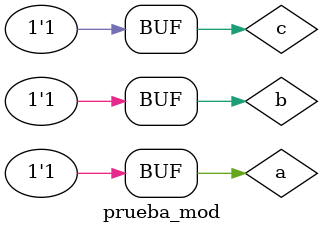
<source format=v>
`timescale 1ns / 1ps

module prueba_mod(

    );
    
    reg a, b, c;
    wire s;
    
    circuito1 circ(a, b, c, s); //dut [device unit test]
    initial begin
    a = 0;
    b = 0;
    c = 0;
    #500;
    
    a = 0;
    b = 0;
    c = 1;
    #500;
    
    a = 0;
    b = 1;
    c = 0;
    #500;
    
    a = 0;
    b = 1;
    c = 1;
    #500;
    
    a = 1;
    b = 0;
    c = 0;
    #500;
    
    a = 1;
    b = 0;
    c = 1;
    #500;
    
    a = 1;
    b = 1;
    c = 0;
    #500;
    
    a = 1;
    b = 1;
    c = 1;
    #500;
    end
endmodule

</source>
